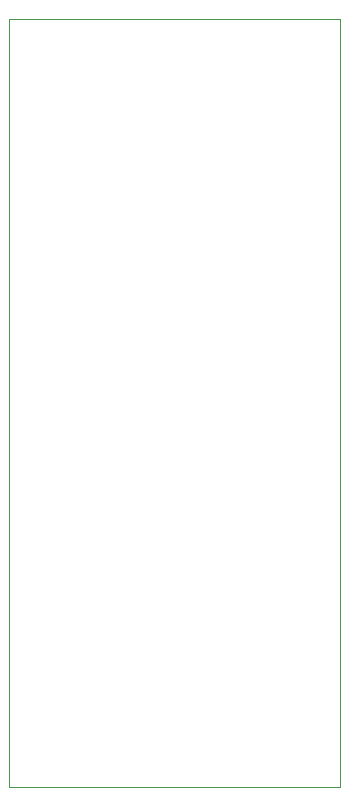
<source format=gm1>
G04 #@! TF.GenerationSoftware,KiCad,Pcbnew,(6.0.7-1)-1*
G04 #@! TF.CreationDate,2022-09-28T23:36:56+09:00*
G04 #@! TF.ProjectId,MEZ8085,4d455a38-3038-4352-9e6b-696361645f70,A*
G04 #@! TF.SameCoordinates,PX5f5e100PY8f0d180*
G04 #@! TF.FileFunction,Profile,NP*
%FSLAX46Y46*%
G04 Gerber Fmt 4.6, Leading zero omitted, Abs format (unit mm)*
G04 Created by KiCad (PCBNEW (6.0.7-1)-1) date 2022-09-28 23:36:56*
%MOMM*%
%LPD*%
G01*
G04 APERTURE LIST*
G04 #@! TA.AperFunction,Profile*
%ADD10C,0.100000*%
G04 #@! TD*
G04 APERTURE END LIST*
D10*
X0Y0D02*
X28000000Y0D01*
X28000000Y0D02*
X28000000Y65000000D01*
X28000000Y65000000D02*
X0Y65000000D01*
X0Y65000000D02*
X0Y0D01*
M02*

</source>
